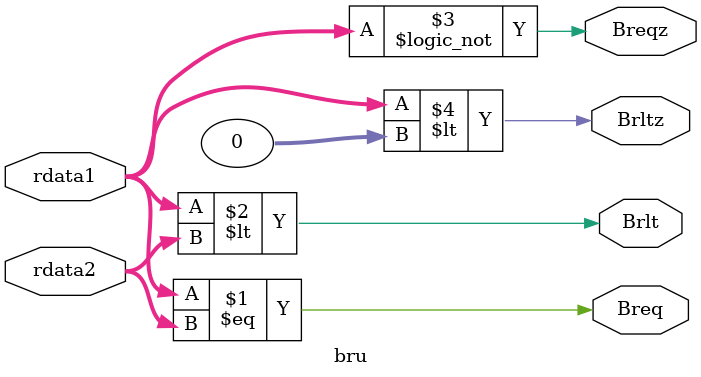
<source format=v>
`include "defs.vh"
module bru (
  input [31:0] rdata1, rdata2,
  output Breq, Brlt, Breqz, Brltz
);

assign Breq = rdata1 == rdata2;

assign Brlt = $signed(rdata1) < $signed(rdata2);

assign Breqz = rdata1 == 32'b0;

assign Brltz = $signed(rdata1) < $signed(32'b0);
  
endmodule
</source>
